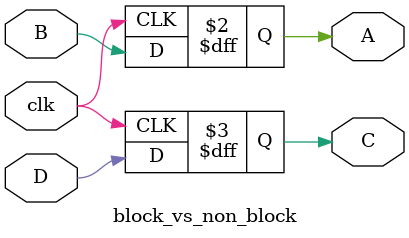
<source format=v>
module block_vs_non_block(input B, D, clk, output reg A, C);
    always @(posedge clk) begin
        A = B; // Blocking assignment
        C <= D; // Non-blocking assignment
        $display("Inside always: A=%b, C=%b", A, C);
    end
endmodule
</source>
